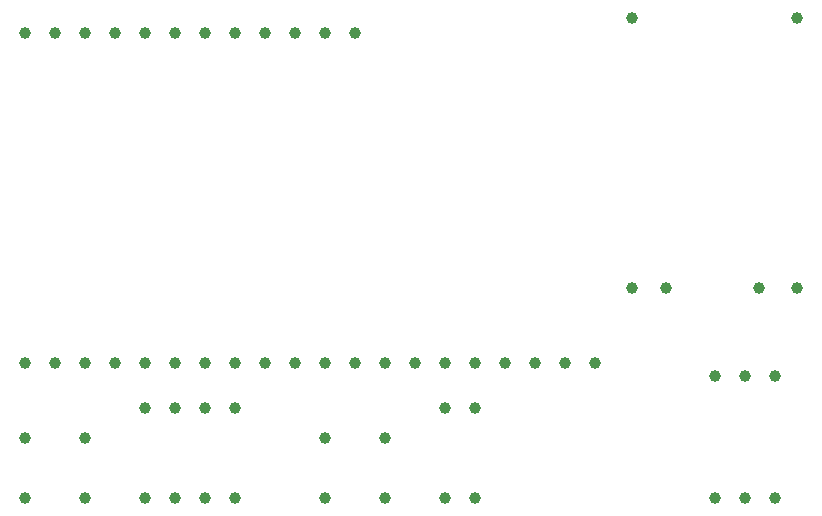
<source format=gbr>
%TF.GenerationSoftware,KiCad,Pcbnew,9.0.0*%
%TF.CreationDate,2025-03-26T13:51:13-07:00*%
%TF.ProjectId,tag_v2,7461675f-7632-42e6-9b69-6361645f7063,v0.4*%
%TF.SameCoordinates,Original*%
%TF.FileFunction,Plated,1,2,PTH,Drill*%
%TF.FilePolarity,Positive*%
%FSLAX46Y46*%
G04 Gerber Fmt 4.6, Leading zero omitted, Abs format (unit mm)*
G04 Created by KiCad (PCBNEW 9.0.0) date 2025-03-26 13:51:13*
%MOMM*%
%LPD*%
G01*
G04 APERTURE LIST*
%TA.AperFunction,ComponentDrill*%
%ADD10C,1.000000*%
%TD*%
G04 APERTURE END LIST*
D10*
%TO.C,ESP32_UWB1*%
X115570000Y-83820000D03*
X115570000Y-111760000D03*
%TO.C,RGB_LED_SQUARE1*%
X115570000Y-118110000D03*
X115570000Y-123190000D03*
%TO.C,ESP32_UWB1*%
X118110000Y-83820000D03*
X118110000Y-111760000D03*
X120650000Y-83820000D03*
X120650000Y-111760000D03*
%TO.C,RGB_LED_SQUARE1*%
X120650000Y-118110000D03*
X120650000Y-123190000D03*
%TO.C,ESP32_UWB1*%
X123190000Y-83820000D03*
X123190000Y-111760000D03*
X125730000Y-83820000D03*
X125730000Y-111760000D03*
%TO.C,R1*%
X125730000Y-115570000D03*
X125730000Y-123190000D03*
%TO.C,ESP32_UWB1*%
X128270000Y-83820000D03*
X128270000Y-111760000D03*
%TO.C,R2*%
X128270000Y-115570000D03*
X128270000Y-123190000D03*
%TO.C,ESP32_UWB1*%
X130810000Y-83820000D03*
X130810000Y-111760000D03*
%TO.C,R3*%
X130810000Y-115570000D03*
X130810000Y-123190000D03*
%TO.C,ESP32_UWB1*%
X133350000Y-83820000D03*
X133350000Y-111760000D03*
%TO.C,R4*%
X133350000Y-115570000D03*
X133350000Y-123190000D03*
%TO.C,ESP32_UWB1*%
X135890000Y-83820000D03*
X135890000Y-111760000D03*
X138430000Y-83820000D03*
X138430000Y-111760000D03*
X140970000Y-83820000D03*
X140970000Y-111760000D03*
%TO.C,RGB_LED_SQUARE2*%
X140970000Y-118110000D03*
X140970000Y-123190000D03*
%TO.C,ESP32_UWB1*%
X143510000Y-83820000D03*
X143510000Y-111760000D03*
X146050000Y-111760000D03*
%TO.C,RGB_LED_SQUARE2*%
X146050000Y-118110000D03*
X146050000Y-123190000D03*
%TO.C,ESP32_UWB1*%
X148590000Y-111760000D03*
X151130000Y-111760000D03*
%TO.C,R6*%
X151130000Y-115570000D03*
X151130000Y-123190000D03*
%TO.C,ESP32_UWB1*%
X153670000Y-111760000D03*
%TO.C,R5*%
X153670000Y-115570000D03*
X153670000Y-123190000D03*
%TO.C,ESP32_UWB1*%
X156210000Y-111760000D03*
X158750000Y-111760000D03*
X161290000Y-111760000D03*
X163830000Y-111760000D03*
%TO.C,Battery_Charger1*%
X166905000Y-82550000D03*
X166905000Y-105410000D03*
X169805000Y-105410000D03*
%TO.C,5V_DC_DC_Converter1*%
X173990000Y-112900000D03*
%TO.C,ON_OFF_SWITCH1*%
X173990000Y-123190000D03*
%TO.C,5V_DC_DC_Converter1*%
X176530000Y-112900000D03*
%TO.C,ON_OFF_SWITCH1*%
X176530000Y-123190000D03*
%TO.C,Battery_Charger1*%
X177675000Y-105410000D03*
%TO.C,5V_DC_DC_Converter1*%
X179070000Y-112900000D03*
%TO.C,ON_OFF_SWITCH1*%
X179070000Y-123190000D03*
%TO.C,Battery_Charger1*%
X180875000Y-82550000D03*
X180875000Y-105410000D03*
M02*

</source>
